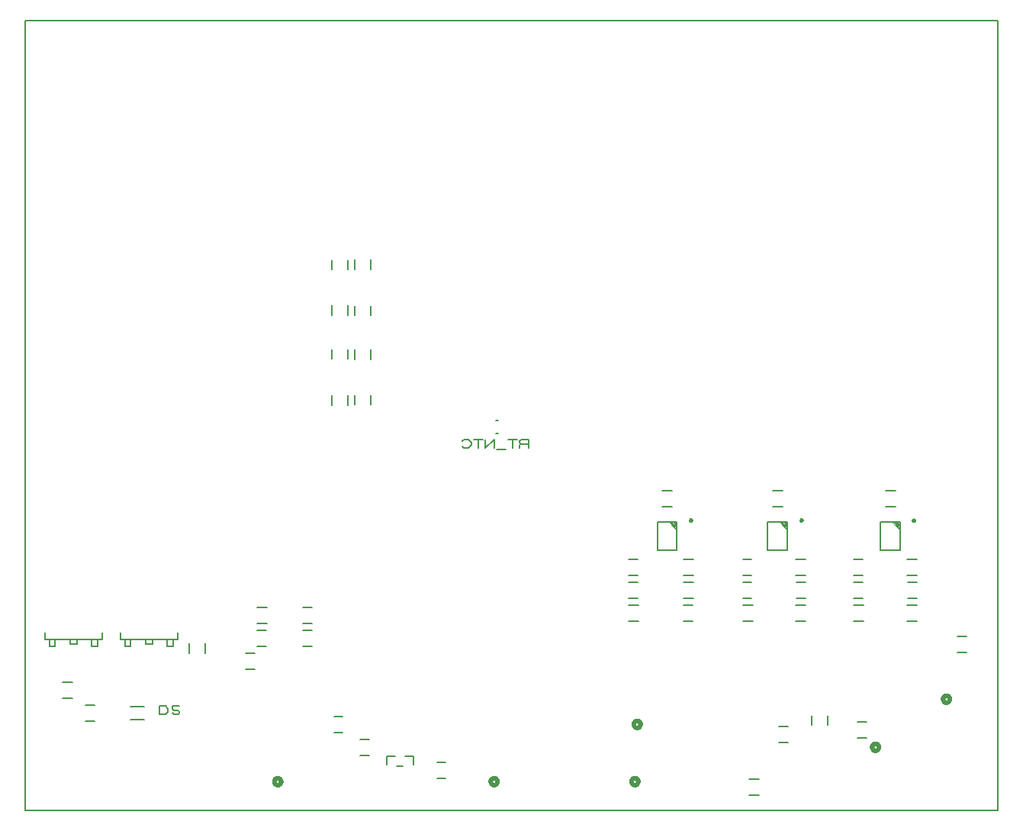
<source format=gbr>
G04 PROTEUS GERBER X2 FILE*
%TF.GenerationSoftware,Labcenter,Proteus,8.7-SP3-Build25561*%
%TF.CreationDate,2021-07-01T20:15:02+00:00*%
%TF.FileFunction,Legend,Bot*%
%TF.FilePolarity,Positive*%
%TF.Part,Single*%
%TF.SameCoordinates,{0ff4b75a-929f-468c-805a-ac40d57636d7}*%
%FSLAX45Y45*%
%MOMM*%
G01*
%TA.AperFunction,Profile*%
%ADD39C,0.203200*%
%TA.AperFunction,Material*%
%ADD45C,0.200000*%
%ADD43C,0.203200*%
%ADD49C,0.250000*%
%ADD50C,0.100000*%
%ADD46C,0.508000*%
%TD.AperFunction*%
D39*
X-1079500Y-6413500D02*
X+9715500Y-6413500D01*
X+9715500Y+2349500D01*
X-1079500Y+2349500D01*
X-1079500Y-6413500D01*
D45*
X+2503000Y-811000D02*
X+2503000Y-921000D01*
X+2323000Y-811000D02*
X+2323000Y-921000D01*
X+2503000Y-313000D02*
X+2503000Y-413000D01*
X+2323000Y-313000D02*
X+2323000Y-413000D01*
X+2757000Y-303000D02*
X+2757000Y-413000D01*
X+2577000Y-303000D02*
X+2577000Y-413000D01*
X+2757000Y-821000D02*
X+2757000Y-921000D01*
X+2577000Y-821000D02*
X+2577000Y-921000D01*
D43*
X-228600Y-4445000D02*
X-228600Y-4521200D01*
X-863600Y-4521200D01*
X-863600Y-4445000D01*
X-508000Y-4521200D02*
X-508000Y-4572000D01*
X-584200Y-4572000D01*
X-584200Y-4521200D01*
X-279400Y-4521200D02*
X-279400Y-4597400D01*
X-342900Y-4597400D01*
X-342900Y-4521200D01*
X-812800Y-4521200D02*
X-812800Y-4597400D01*
X-749300Y-4597400D01*
X-749300Y-4521200D02*
X-749300Y-4597400D01*
X+609600Y-4445000D02*
X+609600Y-4521200D01*
X-25400Y-4521200D01*
X-25400Y-4445000D01*
X+330200Y-4521200D02*
X+330200Y-4572000D01*
X+254000Y-4572000D01*
X+254000Y-4521200D01*
X+558800Y-4521200D02*
X+558800Y-4597400D01*
X+495300Y-4597400D01*
X+495300Y-4521200D01*
X+25400Y-4521200D02*
X+25400Y-4597400D01*
X+88900Y-4597400D01*
X+88900Y-4521200D02*
X+88900Y-4597400D01*
D45*
X-557000Y-5170000D02*
X-667000Y-5170000D01*
X-557000Y-4990000D02*
X-667000Y-4990000D01*
X+735500Y-4667500D02*
X+735500Y-4557500D01*
X+915500Y-4667500D02*
X+915500Y-4557500D01*
X+2757000Y-1301500D02*
X+2757000Y-1411500D01*
X+2577000Y-1301500D02*
X+2577000Y-1411500D01*
X+2503000Y-1809500D02*
X+2503000Y-1919500D01*
X+2323000Y-1809500D02*
X+2323000Y-1919500D01*
X+2757000Y-1809500D02*
X+2757000Y-1909500D01*
X+2577000Y-1809500D02*
X+2577000Y-1909500D01*
X+2503000Y-1301500D02*
X+2503000Y-1401500D01*
X+2323000Y-1301500D02*
X+2323000Y-1401500D01*
D49*
X+6316500Y-3195902D02*
X+6316457Y-3194863D01*
X+6316105Y-3192784D01*
X+6315368Y-3190705D01*
X+6314164Y-3188626D01*
X+6312323Y-3186576D01*
X+6310244Y-3185073D01*
X+6308165Y-3184116D01*
X+6306086Y-3183577D01*
X+6304007Y-3183402D01*
X+6304000Y-3183402D01*
X+6291500Y-3195902D02*
X+6291543Y-3194863D01*
X+6291895Y-3192784D01*
X+6292632Y-3190705D01*
X+6293836Y-3188626D01*
X+6295677Y-3186576D01*
X+6297756Y-3185073D01*
X+6299835Y-3184116D01*
X+6301914Y-3183577D01*
X+6303993Y-3183402D01*
X+6304000Y-3183402D01*
X+6291500Y-3195902D02*
X+6291543Y-3196941D01*
X+6291895Y-3199020D01*
X+6292632Y-3201099D01*
X+6293836Y-3203178D01*
X+6295677Y-3205228D01*
X+6297756Y-3206731D01*
X+6299835Y-3207688D01*
X+6301914Y-3208227D01*
X+6303993Y-3208402D01*
X+6304000Y-3208402D01*
X+6316500Y-3195902D02*
X+6316457Y-3196941D01*
X+6316105Y-3199020D01*
X+6315368Y-3201099D01*
X+6314164Y-3203178D01*
X+6312323Y-3205228D01*
X+6310244Y-3206731D01*
X+6308165Y-3207688D01*
X+6306086Y-3208227D01*
X+6304007Y-3208402D01*
X+6304000Y-3208402D01*
D45*
X+6154000Y-3525902D02*
X+5934000Y-3525902D01*
X+5934000Y-3215902D01*
X+6154000Y-3215902D01*
X+6154000Y-3525902D01*
D50*
X+6154000Y-3225902D02*
X+6144000Y-3215902D01*
X+6154000Y-3235902D02*
X+6134000Y-3215902D01*
X+6154000Y-3245902D02*
X+6124000Y-3215902D01*
X+6154000Y-3255902D02*
X+6114000Y-3215902D01*
X+6154000Y-3265902D02*
X+6104000Y-3215902D01*
X+6154000Y-3275902D02*
X+6094000Y-3215902D01*
X+6154000Y-3285902D02*
X+6084000Y-3215902D01*
X+6154000Y-3295902D02*
X+6074000Y-3215902D01*
X+6154000Y-3305902D02*
X+6064000Y-3215902D01*
D49*
X+7543607Y-3195533D02*
X+7543564Y-3194494D01*
X+7543212Y-3192415D01*
X+7542475Y-3190336D01*
X+7541271Y-3188257D01*
X+7539430Y-3186207D01*
X+7537351Y-3184704D01*
X+7535272Y-3183747D01*
X+7533193Y-3183208D01*
X+7531114Y-3183033D01*
X+7531107Y-3183033D01*
X+7518607Y-3195533D02*
X+7518650Y-3194494D01*
X+7519002Y-3192415D01*
X+7519739Y-3190336D01*
X+7520943Y-3188257D01*
X+7522784Y-3186207D01*
X+7524863Y-3184704D01*
X+7526942Y-3183747D01*
X+7529021Y-3183208D01*
X+7531100Y-3183033D01*
X+7531107Y-3183033D01*
X+7518607Y-3195533D02*
X+7518650Y-3196572D01*
X+7519002Y-3198651D01*
X+7519739Y-3200730D01*
X+7520943Y-3202809D01*
X+7522784Y-3204859D01*
X+7524863Y-3206362D01*
X+7526942Y-3207319D01*
X+7529021Y-3207858D01*
X+7531100Y-3208033D01*
X+7531107Y-3208033D01*
X+7543607Y-3195533D02*
X+7543564Y-3196572D01*
X+7543212Y-3198651D01*
X+7542475Y-3200730D01*
X+7541271Y-3202809D01*
X+7539430Y-3204859D01*
X+7537351Y-3206362D01*
X+7535272Y-3207319D01*
X+7533193Y-3207858D01*
X+7531114Y-3208033D01*
X+7531107Y-3208033D01*
D45*
X+7381107Y-3525533D02*
X+7161107Y-3525533D01*
X+7161107Y-3215533D01*
X+7381107Y-3215533D01*
X+7381107Y-3525533D01*
D50*
X+7381107Y-3225533D02*
X+7371107Y-3215533D01*
X+7381107Y-3235533D02*
X+7361107Y-3215533D01*
X+7381107Y-3245533D02*
X+7351107Y-3215533D01*
X+7381107Y-3255533D02*
X+7341107Y-3215533D01*
X+7381107Y-3265533D02*
X+7331107Y-3215533D01*
X+7381107Y-3275533D02*
X+7321107Y-3215533D01*
X+7381107Y-3285533D02*
X+7311107Y-3215533D01*
X+7381107Y-3295533D02*
X+7301107Y-3215533D01*
X+7381107Y-3305533D02*
X+7291107Y-3215533D01*
D49*
X+8793369Y-3197033D02*
X+8793326Y-3195994D01*
X+8792974Y-3193915D01*
X+8792237Y-3191836D01*
X+8791033Y-3189757D01*
X+8789192Y-3187707D01*
X+8787113Y-3186204D01*
X+8785034Y-3185247D01*
X+8782955Y-3184708D01*
X+8780876Y-3184533D01*
X+8780869Y-3184533D01*
X+8768369Y-3197033D02*
X+8768412Y-3195994D01*
X+8768764Y-3193915D01*
X+8769501Y-3191836D01*
X+8770705Y-3189757D01*
X+8772546Y-3187707D01*
X+8774625Y-3186204D01*
X+8776704Y-3185247D01*
X+8778783Y-3184708D01*
X+8780862Y-3184533D01*
X+8780869Y-3184533D01*
X+8768369Y-3197033D02*
X+8768412Y-3198072D01*
X+8768764Y-3200151D01*
X+8769501Y-3202230D01*
X+8770705Y-3204309D01*
X+8772546Y-3206359D01*
X+8774625Y-3207862D01*
X+8776704Y-3208819D01*
X+8778783Y-3209358D01*
X+8780862Y-3209533D01*
X+8780869Y-3209533D01*
X+8793369Y-3197033D02*
X+8793326Y-3198072D01*
X+8792974Y-3200151D01*
X+8792237Y-3202230D01*
X+8791033Y-3204309D01*
X+8789192Y-3206359D01*
X+8787113Y-3207862D01*
X+8785034Y-3208819D01*
X+8782955Y-3209358D01*
X+8780876Y-3209533D01*
X+8780869Y-3209533D01*
D45*
X+8630869Y-3527033D02*
X+8410869Y-3527033D01*
X+8410869Y-3217033D01*
X+8630869Y-3217033D01*
X+8630869Y-3527033D01*
D50*
X+8630869Y-3227033D02*
X+8620869Y-3217033D01*
X+8630869Y-3237033D02*
X+8610869Y-3217033D01*
X+8630869Y-3247033D02*
X+8600869Y-3217033D01*
X+8630869Y-3257033D02*
X+8590869Y-3217033D01*
X+8630869Y-3267033D02*
X+8580869Y-3217033D01*
X+8630869Y-3277033D02*
X+8570869Y-3217033D01*
X+8630869Y-3287033D02*
X+8560869Y-3217033D01*
X+8630869Y-3297033D02*
X+8550869Y-3217033D01*
X+8630869Y-3307033D02*
X+8540869Y-3217033D01*
D45*
X+6100500Y-3047402D02*
X+5990500Y-3047402D01*
X+6100500Y-2867402D02*
X+5990500Y-2867402D01*
X+7327607Y-3047033D02*
X+7217607Y-3047033D01*
X+7327607Y-2867033D02*
X+7217607Y-2867033D01*
X+8577369Y-3048533D02*
X+8467369Y-3048533D01*
X+8577369Y-2868533D02*
X+8467369Y-2868533D01*
X+6337000Y-3809402D02*
X+6227000Y-3809402D01*
X+6337000Y-3629402D02*
X+6227000Y-3629402D01*
X+7581607Y-3809033D02*
X+7471607Y-3809033D01*
X+7581607Y-3629033D02*
X+7471607Y-3629033D01*
X+8813869Y-3809033D02*
X+8703869Y-3809033D01*
X+8813869Y-3629033D02*
X+8703869Y-3629033D01*
X+6337000Y-4063402D02*
X+6227000Y-4063402D01*
X+6337000Y-3883402D02*
X+6227000Y-3883402D01*
X+5729500Y-4317402D02*
X+5619500Y-4317402D01*
X+5729500Y-4137402D02*
X+5619500Y-4137402D01*
X+5619500Y-3629402D02*
X+5719500Y-3629402D01*
X+5619500Y-3809402D02*
X+5719500Y-3809402D01*
X+6327000Y-4317402D02*
X+6227000Y-4317402D01*
X+6327000Y-4137402D02*
X+6227000Y-4137402D01*
X+5719500Y-4063402D02*
X+5619500Y-4063402D01*
X+5719500Y-3883402D02*
X+5619500Y-3883402D01*
X+6882607Y-3629033D02*
X+6982607Y-3629033D01*
X+6882607Y-3809033D02*
X+6982607Y-3809033D01*
X+7581607Y-4063033D02*
X+7481607Y-4063033D01*
X+7581607Y-3883033D02*
X+7481607Y-3883033D01*
X+6982607Y-4063033D02*
X+6882607Y-4063033D01*
X+6982607Y-3883033D02*
X+6882607Y-3883033D01*
X+8114869Y-3629033D02*
X+8214869Y-3629033D01*
X+8114869Y-3809033D02*
X+8214869Y-3809033D01*
X+8813869Y-4063033D02*
X+8713869Y-4063033D01*
X+8813869Y-3883033D02*
X+8713869Y-3883033D01*
X+8214869Y-4063033D02*
X+8114869Y-4063033D01*
X+8214869Y-3883033D02*
X+8114869Y-3883033D01*
X+6992607Y-4317033D02*
X+6882607Y-4317033D01*
X+6992607Y-4137033D02*
X+6882607Y-4137033D01*
X+7581607Y-4317033D02*
X+7471607Y-4317033D01*
X+7581607Y-4137033D02*
X+7471607Y-4137033D01*
X+8224869Y-4317033D02*
X+8114869Y-4317033D01*
X+8224869Y-4137033D02*
X+8114869Y-4137033D01*
X+8813869Y-4317033D02*
X+8703869Y-4317033D01*
X+8813869Y-4137033D02*
X+8703869Y-4137033D01*
X+7063000Y-6249500D02*
X+6953000Y-6249500D01*
X+7063000Y-6069500D02*
X+6953000Y-6069500D01*
X+1602000Y-4344500D02*
X+1492000Y-4344500D01*
X+1602000Y-4164500D02*
X+1492000Y-4164500D01*
D43*
X+83820Y-5407660D02*
X+236220Y-5407660D01*
X+86360Y-5260340D02*
X+236220Y-5260340D01*
X+411480Y-5257801D02*
X+411480Y-5349241D01*
X+474980Y-5349241D01*
X+506730Y-5318761D01*
X+506730Y-5288281D01*
X+474980Y-5257801D01*
X+411480Y-5257801D01*
X+554355Y-5334001D02*
X+570230Y-5349241D01*
X+617855Y-5349241D01*
X+633730Y-5334001D01*
X+633730Y-5318761D01*
X+617855Y-5303521D01*
X+570230Y-5303521D01*
X+554355Y-5288281D01*
X+554355Y-5257801D01*
X+633730Y-5257801D01*
D46*
X+9182100Y-5181500D02*
X+9181969Y-5178342D01*
X+9180903Y-5172024D01*
X+9178672Y-5165706D01*
X+9175027Y-5159388D01*
X+9169452Y-5153149D01*
X+9163134Y-5148553D01*
X+9156816Y-5145620D01*
X+9150498Y-5143958D01*
X+9144180Y-5143400D01*
X+9144000Y-5143400D01*
X+9105900Y-5181500D02*
X+9106031Y-5178342D01*
X+9107097Y-5172024D01*
X+9109328Y-5165706D01*
X+9112973Y-5159388D01*
X+9118548Y-5153149D01*
X+9124866Y-5148553D01*
X+9131184Y-5145620D01*
X+9137502Y-5143958D01*
X+9143820Y-5143400D01*
X+9144000Y-5143400D01*
X+9105900Y-5181500D02*
X+9106031Y-5184658D01*
X+9107097Y-5190976D01*
X+9109328Y-5197294D01*
X+9112973Y-5203612D01*
X+9118548Y-5209851D01*
X+9124866Y-5214447D01*
X+9131184Y-5217380D01*
X+9137502Y-5219042D01*
X+9143820Y-5219600D01*
X+9144000Y-5219600D01*
X+9182100Y-5181500D02*
X+9181969Y-5184658D01*
X+9180903Y-5190976D01*
X+9178672Y-5197294D01*
X+9175027Y-5203612D01*
X+9169452Y-5209851D01*
X+9163134Y-5214447D01*
X+9156816Y-5217380D01*
X+9150498Y-5219042D01*
X+9144180Y-5219600D01*
X+9144000Y-5219600D01*
D45*
X+8159500Y-5434500D02*
X+8259500Y-5434500D01*
X+8159500Y-5614500D02*
X+8259500Y-5614500D01*
X+7288500Y-5480499D02*
X+7388500Y-5480499D01*
X+7288500Y-5660499D02*
X+7388500Y-5660499D01*
X+7647500Y-5465500D02*
X+7647500Y-5365500D01*
X+7827500Y-5465500D02*
X+7827500Y-5365500D01*
X+9266500Y-4482000D02*
X+9366500Y-4482000D01*
X+9266500Y-4662000D02*
X+9366500Y-4662000D01*
X-313000Y-5424000D02*
X-413000Y-5424000D01*
X-313000Y-5244000D02*
X-413000Y-5244000D01*
X+2000000Y-4418500D02*
X+2100000Y-4418500D01*
X+2000000Y-4598500D02*
X+2100000Y-4598500D01*
X+2000000Y-4164500D02*
X+2100000Y-4164500D01*
X+2000000Y-4344500D02*
X+2100000Y-4344500D01*
X+1492000Y-4418500D02*
X+1592000Y-4418500D01*
X+1492000Y-4598500D02*
X+1592000Y-4598500D01*
X+1465000Y-4852500D02*
X+1365000Y-4852500D01*
X+1465000Y-4672500D02*
X+1365000Y-4672500D01*
D46*
X+8394600Y-5715000D02*
X+8394469Y-5711842D01*
X+8393403Y-5705524D01*
X+8391172Y-5699206D01*
X+8387527Y-5692888D01*
X+8381952Y-5686649D01*
X+8375634Y-5682053D01*
X+8369316Y-5679120D01*
X+8362998Y-5677458D01*
X+8356680Y-5676900D01*
X+8356500Y-5676900D01*
X+8318400Y-5715000D02*
X+8318531Y-5711842D01*
X+8319597Y-5705524D01*
X+8321828Y-5699206D01*
X+8325473Y-5692888D01*
X+8331048Y-5686649D01*
X+8337366Y-5682053D01*
X+8343684Y-5679120D01*
X+8350002Y-5677458D01*
X+8356320Y-5676900D01*
X+8356500Y-5676900D01*
X+8318400Y-5715000D02*
X+8318531Y-5718158D01*
X+8319597Y-5724476D01*
X+8321828Y-5730794D01*
X+8325473Y-5737112D01*
X+8331048Y-5743351D01*
X+8337366Y-5747947D01*
X+8343684Y-5750880D01*
X+8350002Y-5752542D01*
X+8356320Y-5753100D01*
X+8356500Y-5753100D01*
X+8394600Y-5715000D02*
X+8394469Y-5718158D01*
X+8393403Y-5724476D01*
X+8391172Y-5730794D01*
X+8387527Y-5737112D01*
X+8381952Y-5743351D01*
X+8375634Y-5747947D01*
X+8369316Y-5750880D01*
X+8362998Y-5752542D01*
X+8356680Y-5753100D01*
X+8356500Y-5753100D01*
X+4162600Y-6096000D02*
X+4162469Y-6092842D01*
X+4161403Y-6086524D01*
X+4159172Y-6080206D01*
X+4155527Y-6073888D01*
X+4149952Y-6067649D01*
X+4143634Y-6063053D01*
X+4137316Y-6060120D01*
X+4130998Y-6058458D01*
X+4124680Y-6057900D01*
X+4124500Y-6057900D01*
X+4086400Y-6096000D02*
X+4086531Y-6092842D01*
X+4087597Y-6086524D01*
X+4089828Y-6080206D01*
X+4093473Y-6073888D01*
X+4099048Y-6067649D01*
X+4105366Y-6063053D01*
X+4111684Y-6060120D01*
X+4118002Y-6058458D01*
X+4124320Y-6057900D01*
X+4124500Y-6057900D01*
X+4086400Y-6096000D02*
X+4086531Y-6099158D01*
X+4087597Y-6105476D01*
X+4089828Y-6111794D01*
X+4093473Y-6118112D01*
X+4099048Y-6124351D01*
X+4105366Y-6128947D01*
X+4111684Y-6131880D01*
X+4118002Y-6133542D01*
X+4124320Y-6134100D01*
X+4124500Y-6134100D01*
X+4162600Y-6096000D02*
X+4162469Y-6099158D01*
X+4161403Y-6105476D01*
X+4159172Y-6111794D01*
X+4155527Y-6118112D01*
X+4149952Y-6124351D01*
X+4143634Y-6128947D01*
X+4137316Y-6131880D01*
X+4130998Y-6133542D01*
X+4124680Y-6134100D01*
X+4124500Y-6134100D01*
X+5724600Y-6096000D02*
X+5724469Y-6092842D01*
X+5723403Y-6086524D01*
X+5721172Y-6080206D01*
X+5717527Y-6073888D01*
X+5711952Y-6067649D01*
X+5705634Y-6063053D01*
X+5699316Y-6060120D01*
X+5692998Y-6058458D01*
X+5686680Y-6057900D01*
X+5686500Y-6057900D01*
X+5648400Y-6096000D02*
X+5648531Y-6092842D01*
X+5649597Y-6086524D01*
X+5651828Y-6080206D01*
X+5655473Y-6073888D01*
X+5661048Y-6067649D01*
X+5667366Y-6063053D01*
X+5673684Y-6060120D01*
X+5680002Y-6058458D01*
X+5686320Y-6057900D01*
X+5686500Y-6057900D01*
X+5648400Y-6096000D02*
X+5648531Y-6099158D01*
X+5649597Y-6105476D01*
X+5651828Y-6111794D01*
X+5655473Y-6118112D01*
X+5661048Y-6124351D01*
X+5667366Y-6128947D01*
X+5673684Y-6131880D01*
X+5680002Y-6133542D01*
X+5686320Y-6134100D01*
X+5686500Y-6134100D01*
X+5724600Y-6096000D02*
X+5724469Y-6099158D01*
X+5723403Y-6105476D01*
X+5721172Y-6111794D01*
X+5717527Y-6118112D01*
X+5711952Y-6124351D01*
X+5705634Y-6128947D01*
X+5699316Y-6131880D01*
X+5692998Y-6133542D01*
X+5686680Y-6134100D01*
X+5686500Y-6134100D01*
X+5750100Y-5461000D02*
X+5749969Y-5457842D01*
X+5748903Y-5451524D01*
X+5746672Y-5445206D01*
X+5743027Y-5438888D01*
X+5737452Y-5432649D01*
X+5731134Y-5428053D01*
X+5724816Y-5425120D01*
X+5718498Y-5423458D01*
X+5712180Y-5422900D01*
X+5712000Y-5422900D01*
X+5673900Y-5461000D02*
X+5674031Y-5457842D01*
X+5675097Y-5451524D01*
X+5677328Y-5445206D01*
X+5680973Y-5438888D01*
X+5686548Y-5432649D01*
X+5692866Y-5428053D01*
X+5699184Y-5425120D01*
X+5705502Y-5423458D01*
X+5711820Y-5422900D01*
X+5712000Y-5422900D01*
X+5673900Y-5461000D02*
X+5674031Y-5464158D01*
X+5675097Y-5470476D01*
X+5677328Y-5476794D01*
X+5680973Y-5483112D01*
X+5686548Y-5489351D01*
X+5692866Y-5493947D01*
X+5699184Y-5496880D01*
X+5705502Y-5498542D01*
X+5711820Y-5499100D01*
X+5712000Y-5499100D01*
X+5750100Y-5461000D02*
X+5749969Y-5464158D01*
X+5748903Y-5470476D01*
X+5746672Y-5476794D01*
X+5743027Y-5483112D01*
X+5737452Y-5489351D01*
X+5731134Y-5493947D01*
X+5724816Y-5496880D01*
X+5718498Y-5498542D01*
X+5712180Y-5499100D01*
X+5712000Y-5499100D01*
X+1760831Y-6096000D02*
X+1760700Y-6092842D01*
X+1759634Y-6086524D01*
X+1757403Y-6080206D01*
X+1753758Y-6073888D01*
X+1748183Y-6067649D01*
X+1741865Y-6063053D01*
X+1735547Y-6060120D01*
X+1729229Y-6058458D01*
X+1722911Y-6057900D01*
X+1722731Y-6057900D01*
X+1684631Y-6096000D02*
X+1684762Y-6092842D01*
X+1685828Y-6086524D01*
X+1688059Y-6080206D01*
X+1691704Y-6073888D01*
X+1697279Y-6067649D01*
X+1703597Y-6063053D01*
X+1709915Y-6060120D01*
X+1716233Y-6058458D01*
X+1722551Y-6057900D01*
X+1722731Y-6057900D01*
X+1684631Y-6096000D02*
X+1684762Y-6099158D01*
X+1685828Y-6105476D01*
X+1688059Y-6111794D01*
X+1691704Y-6118112D01*
X+1697279Y-6124351D01*
X+1703597Y-6128947D01*
X+1709915Y-6131880D01*
X+1716233Y-6133542D01*
X+1722551Y-6134100D01*
X+1722731Y-6134100D01*
X+1760831Y-6096000D02*
X+1760700Y-6099158D01*
X+1759634Y-6105476D01*
X+1757403Y-6111794D01*
X+1753758Y-6118112D01*
X+1748183Y-6124351D01*
X+1741865Y-6128947D01*
X+1735547Y-6131880D01*
X+1729229Y-6133542D01*
X+1722911Y-6134100D01*
X+1722731Y-6134100D01*
D45*
X+4139500Y-2089000D02*
X+4169500Y-2089000D01*
X+4139500Y-2229000D02*
X+4169500Y-2229000D01*
D43*
X+4503750Y-2392670D02*
X+4503750Y-2301230D01*
X+4424375Y-2301230D01*
X+4408500Y-2316470D01*
X+4408500Y-2331710D01*
X+4424375Y-2346950D01*
X+4503750Y-2346950D01*
X+4424375Y-2346950D02*
X+4408500Y-2362190D01*
X+4408500Y-2392670D01*
X+4376750Y-2301230D02*
X+4281500Y-2301230D01*
X+4329125Y-2301230D02*
X+4329125Y-2392670D01*
X+4249750Y-2407910D02*
X+4154500Y-2407910D01*
X+4122750Y-2392670D02*
X+4122750Y-2301230D01*
X+4027500Y-2392670D01*
X+4027500Y-2301230D01*
X+3995750Y-2301230D02*
X+3900500Y-2301230D01*
X+3948125Y-2301230D02*
X+3948125Y-2392670D01*
X+3773500Y-2377430D02*
X+3789375Y-2392670D01*
X+3837000Y-2392670D01*
X+3868750Y-2362190D01*
X+3868750Y-2331710D01*
X+3837000Y-2301230D01*
X+3789375Y-2301230D01*
X+3773500Y-2316470D01*
D45*
X+2445000Y-5551000D02*
X+2345000Y-5551000D01*
X+2445000Y-5371000D02*
X+2345000Y-5371000D01*
X+3488000Y-5879000D02*
X+3588000Y-5879000D01*
X+3488000Y-6059000D02*
X+3588000Y-6059000D01*
X+2735000Y-5805000D02*
X+2635000Y-5805000D01*
X+2735000Y-5625000D02*
X+2635000Y-5625000D01*
D43*
X+2936240Y-5814060D02*
X+3025140Y-5814060D01*
X+3042920Y-5925820D02*
X+3114040Y-5925820D01*
X+2936240Y-5814060D02*
X+2936240Y-5905500D01*
X+3225800Y-5908040D02*
X+3225800Y-5814060D01*
X+3139440Y-5814060D01*
M02*

</source>
